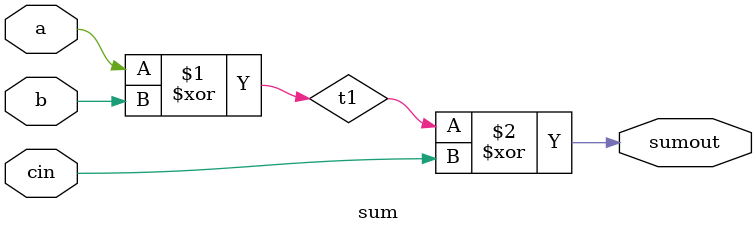
<source format=v>
module sum(sumout,a,b,cin);
   input a,b,cin;
   output sumout;
   wire t1;
   
   xor G5(t1,a,b);
   xor G6(sumout,t1,cin);
   
endmodule

</source>
